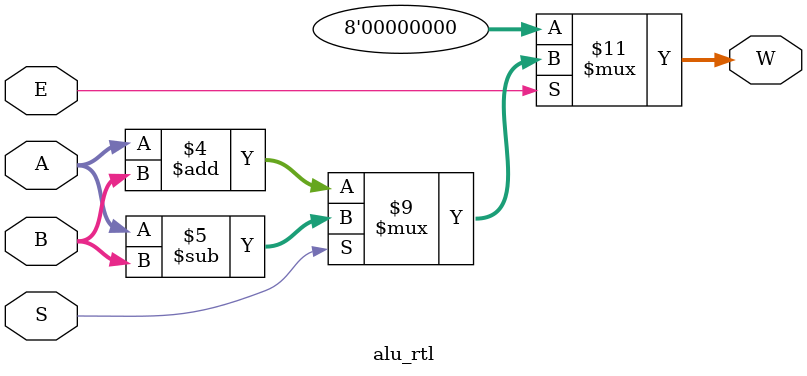
<source format=v>
module alu_rtl (A,B,S,E,W);

//INPUTS
input [7:0] A;
input [7:0] B;

//CONTROL INPUTS
input S;
input E;

//DATA OUTPUTS
output reg [7:0] W = 0;

//OPERATION
always @(*) begin
    if (E == 1) begin 
        if (S == 0) begin
            W <= A + B;
        end 
        else begin
            W <= A - B;
        end
    end 
    else begin 
        W <= 0;
    end 
end
endmodule
</source>
